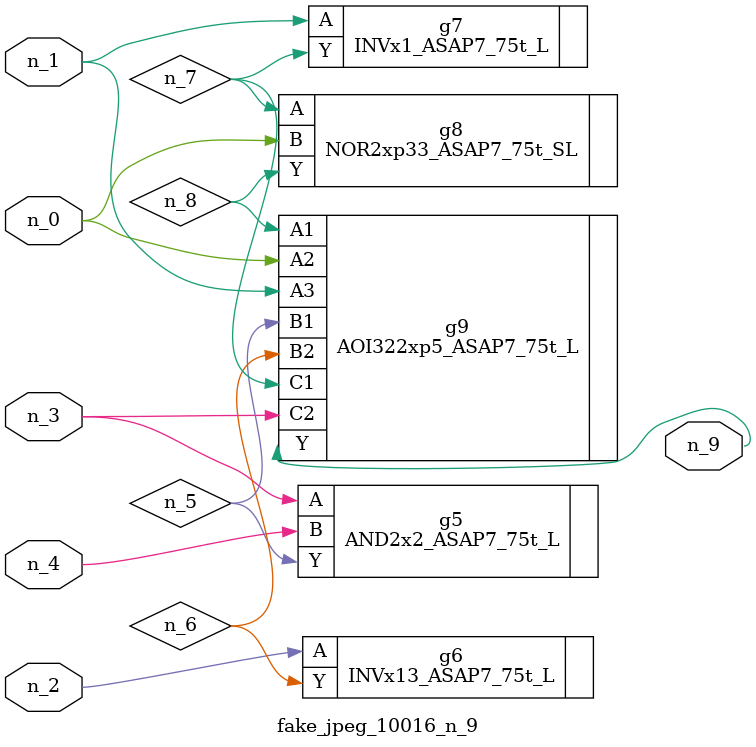
<source format=v>
module fake_jpeg_10016_n_9 (n_3, n_2, n_1, n_0, n_4, n_9);

input n_3;
input n_2;
input n_1;
input n_0;
input n_4;

output n_9;

wire n_8;
wire n_6;
wire n_5;
wire n_7;

AND2x2_ASAP7_75t_L g5 ( 
.A(n_3),
.B(n_4),
.Y(n_5)
);

INVx13_ASAP7_75t_L g6 ( 
.A(n_2),
.Y(n_6)
);

INVx1_ASAP7_75t_L g7 ( 
.A(n_1),
.Y(n_7)
);

NOR2xp33_ASAP7_75t_SL g8 ( 
.A(n_7),
.B(n_0),
.Y(n_8)
);

AOI322xp5_ASAP7_75t_L g9 ( 
.A1(n_8),
.A2(n_0),
.A3(n_1),
.B1(n_5),
.B2(n_6),
.C1(n_7),
.C2(n_3),
.Y(n_9)
);


endmodule
</source>
